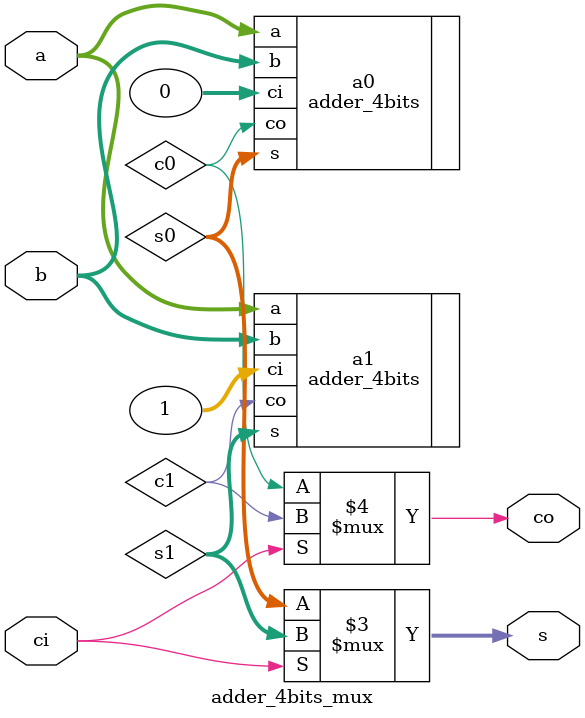
<source format=v>
module adder_4bits_mux (a, b, ci, s, co);
    input[3:0] a, b;
    input ci;
    output[3:0] s;
    output co;
    wire[3:0] s0, s1;
    wire c0, c1;
    adder_4bits a0(.a(a), .b(b), .ci(0), .s(s0), .co(c0));
    adder_4bits a1(.a(a), .b(b), .ci(1), .s(s1), .co(c1));

    assign s = ci ? s1 : s0;
    assign co = ci ? c1 : c0;

endmodule
</source>
